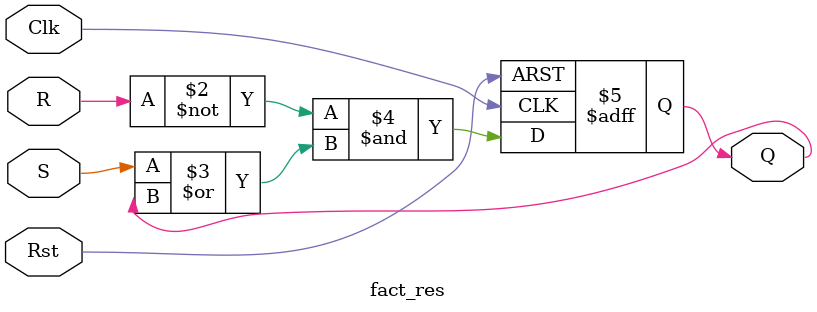
<source format=v>
module fact_res(
    input wire Clk,
    input wire Rst,
    input wire S,
    input wire R,
    output reg Q
    );

    always@(posedge Clk, posedge Rst) begin
        if(Rst) Q <= 1'b0;
        else Q <= (~R) & (S | Q);
    end

endmodule
</source>
